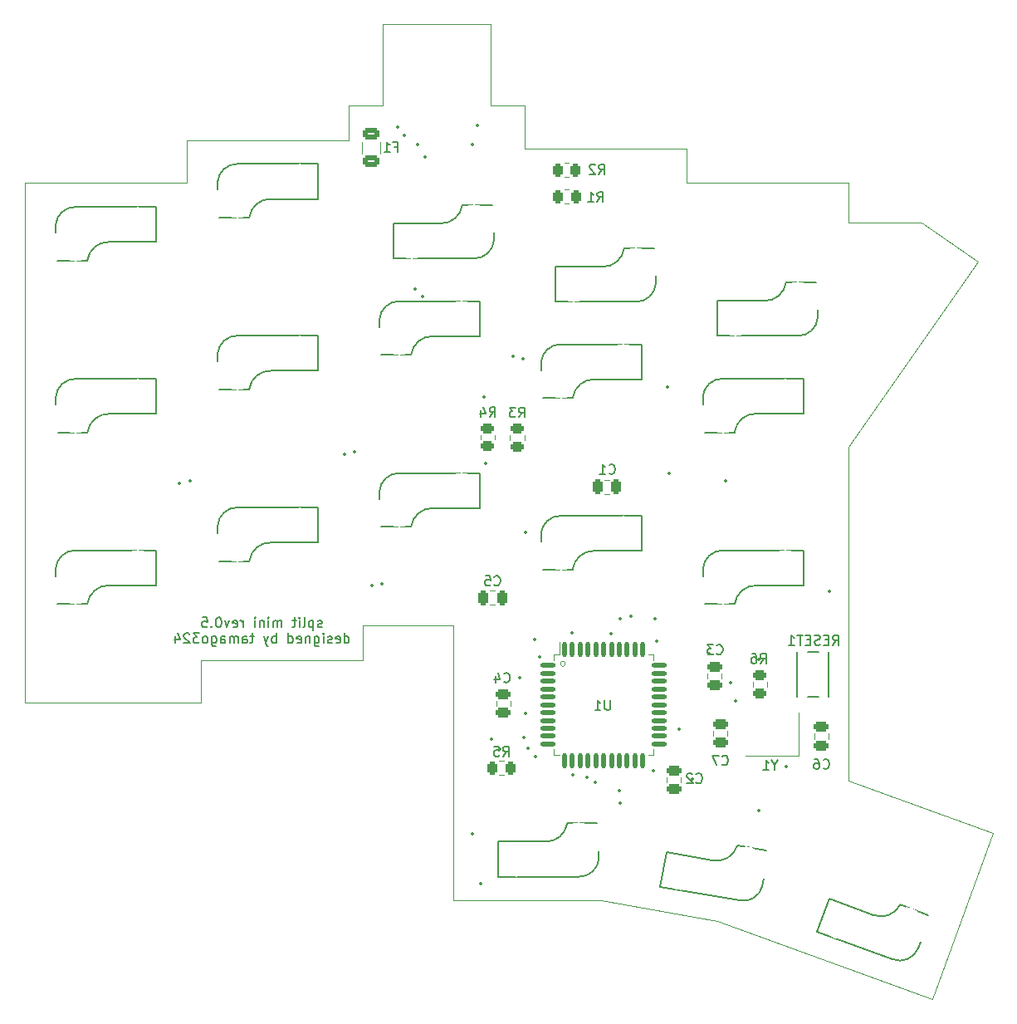
<source format=gbo>
%TF.GenerationSoftware,KiCad,Pcbnew,(6.0.6)*%
%TF.CreationDate,2022-11-13T11:43:50+09:00*%
%TF.ProjectId,split-mini__left,73706c69-742d-46d6-996e-695f5f6c6566,rev?*%
%TF.SameCoordinates,Original*%
%TF.FileFunction,Legend,Bot*%
%TF.FilePolarity,Positive*%
%FSLAX46Y46*%
G04 Gerber Fmt 4.6, Leading zero omitted, Abs format (unit mm)*
G04 Created by KiCad (PCBNEW (6.0.6)) date 2022-11-13 11:43:50*
%MOMM*%
%LPD*%
G01*
G04 APERTURE LIST*
G04 Aperture macros list*
%AMRoundRect*
0 Rectangle with rounded corners*
0 $1 Rounding radius*
0 $2 $3 $4 $5 $6 $7 $8 $9 X,Y pos of 4 corners*
0 Add a 4 corners polygon primitive as box body*
4,1,4,$2,$3,$4,$5,$6,$7,$8,$9,$2,$3,0*
0 Add four circle primitives for the rounded corners*
1,1,$1+$1,$2,$3*
1,1,$1+$1,$4,$5*
1,1,$1+$1,$6,$7*
1,1,$1+$1,$8,$9*
0 Add four rect primitives between the rounded corners*
20,1,$1+$1,$2,$3,$4,$5,0*
20,1,$1+$1,$4,$5,$6,$7,0*
20,1,$1+$1,$6,$7,$8,$9,0*
20,1,$1+$1,$8,$9,$2,$3,0*%
%AMHorizOval*
0 Thick line with rounded ends*
0 $1 width*
0 $2 $3 position (X,Y) of the first rounded end (center of the circle)*
0 $4 $5 position (X,Y) of the second rounded end (center of the circle)*
0 Add line between two ends*
20,1,$1,$2,$3,$4,$5,0*
0 Add two circle primitives to create the rounded ends*
1,1,$1,$2,$3*
1,1,$1,$4,$5*%
%AMRotRect*
0 Rectangle, with rotation*
0 The origin of the aperture is its center*
0 $1 length*
0 $2 width*
0 $3 Rotation angle, in degrees counterclockwise*
0 Add horizontal line*
21,1,$1,$2,0,0,$3*%
G04 Aperture macros list end*
%ADD10C,0.100000*%
%TA.AperFunction,Profile*%
%ADD11C,0.100000*%
%TD*%
%ADD12C,0.200000*%
%ADD13C,0.150000*%
%ADD14C,0.120000*%
%ADD15C,0.350000*%
%ADD16O,0.600000X1.400000*%
%ADD17O,0.600000X1.700000*%
%ADD18HorizOval,1.000000X-0.143394X-0.204788X0.143394X0.204788X0*%
%ADD19C,1.900000*%
%ADD20C,3.000000*%
%ADD21C,4.100000*%
%ADD22R,2.550000X2.500000*%
%ADD23C,0.650000*%
%ADD24O,1.000000X1.800000*%
%ADD25O,1.000000X2.100000*%
%ADD26RotRect,2.550000X2.500000X350.000000*%
%ADD27C,1.200000*%
%ADD28HorizOval,1.700000X-0.229431X-0.327661X0.229431X0.327661X0*%
%ADD29RotRect,2.550000X2.500000X340.000000*%
%ADD30RoundRect,0.137500X-0.137500X0.600000X-0.137500X-0.600000X0.137500X-0.600000X0.137500X0.600000X0*%
%ADD31RoundRect,0.137500X-0.600000X0.137500X-0.600000X-0.137500X0.600000X-0.137500X0.600000X0.137500X0*%
%ADD32RoundRect,0.250000X-0.625000X0.375000X-0.625000X-0.375000X0.625000X-0.375000X0.625000X0.375000X0*%
%ADD33RoundRect,0.250000X0.262500X0.450000X-0.262500X0.450000X-0.262500X-0.450000X0.262500X-0.450000X0*%
%ADD34RoundRect,0.250000X-0.262500X-0.450000X0.262500X-0.450000X0.262500X0.450000X-0.262500X0.450000X0*%
%ADD35RoundRect,0.250000X0.250000X0.475000X-0.250000X0.475000X-0.250000X-0.475000X0.250000X-0.475000X0*%
%ADD36RoundRect,0.250000X-0.475000X0.250000X-0.475000X-0.250000X0.475000X-0.250000X0.475000X0.250000X0*%
%ADD37R,0.650000X1.050000*%
%ADD38R,2.100000X1.800000*%
%ADD39RoundRect,0.250000X0.475000X-0.250000X0.475000X0.250000X-0.475000X0.250000X-0.475000X-0.250000X0*%
%ADD40RoundRect,0.250000X0.450000X-0.262500X0.450000X0.262500X-0.450000X0.262500X-0.450000X-0.262500X0*%
%ADD41RoundRect,0.250000X-0.450000X0.262500X-0.450000X-0.262500X0.450000X-0.262500X0.450000X0.262500X0*%
%ADD42RoundRect,0.250000X-0.250000X-0.475000X0.250000X-0.475000X0.250000X0.475000X-0.250000X0.475000X0*%
G04 APERTURE END LIST*
D10*
X72676982Y-83650000D02*
G75*
G03*
X72676982Y-83650000I-246982J0D01*
G01*
D11*
X116274472Y-100918426D02*
X101550000Y-95559156D01*
X50550000Y-30270000D02*
X34050000Y-30270000D01*
X34050000Y-30270000D02*
X34050000Y-34645000D01*
X109006494Y-38645000D02*
X101550000Y-38645000D01*
X114740558Y-42660035D02*
X101550000Y-61498104D01*
X35550000Y-87645000D02*
X35550000Y-83270000D01*
X88214983Y-109860807D02*
X110118110Y-117832893D01*
X35550000Y-83270000D02*
X52050000Y-83270000D01*
X110118110Y-117832893D02*
X116274472Y-100918426D01*
X68550000Y-31145000D02*
X85050000Y-31145000D01*
X34050000Y-34645000D02*
X17550000Y-34645000D01*
X61275000Y-79770000D02*
X61275000Y-107770000D01*
X61275000Y-107770000D02*
X76357429Y-107770000D01*
X17550000Y-87645000D02*
X35550000Y-87645000D01*
X50550000Y-26770000D02*
X50550000Y-30270000D01*
X101550000Y-95559156D02*
X101550000Y-61498104D01*
X65050000Y-26770000D02*
X68550000Y-26770000D01*
X76357429Y-107770000D02*
X88214983Y-109860807D01*
X65050000Y-26770000D02*
X65050000Y-18470000D01*
X17550000Y-34645000D02*
X17550000Y-87645000D01*
X85050000Y-31145000D02*
X85050000Y-34645000D01*
X109006494Y-38645000D02*
X114740558Y-42660035D01*
X54050000Y-26770000D02*
X54050000Y-18470000D01*
X50550000Y-26770000D02*
X54050000Y-26770000D01*
X54050000Y-18470000D02*
X65050000Y-18470000D01*
X101550000Y-38645000D02*
X101550000Y-34645000D01*
X68550000Y-26770000D02*
X68550000Y-31145000D01*
X101550000Y-34645000D02*
X85050000Y-34645000D01*
X52050000Y-83270000D02*
X52050000Y-79770000D01*
X52050000Y-79770000D02*
X61275000Y-79770000D01*
D12*
X47844047Y-79874761D02*
X47748809Y-79922380D01*
X47558333Y-79922380D01*
X47463095Y-79874761D01*
X47415476Y-79779523D01*
X47415476Y-79731904D01*
X47463095Y-79636666D01*
X47558333Y-79589047D01*
X47701190Y-79589047D01*
X47796428Y-79541428D01*
X47844047Y-79446190D01*
X47844047Y-79398571D01*
X47796428Y-79303333D01*
X47701190Y-79255714D01*
X47558333Y-79255714D01*
X47463095Y-79303333D01*
X46986904Y-79255714D02*
X46986904Y-80255714D01*
X46986904Y-79303333D02*
X46891666Y-79255714D01*
X46701190Y-79255714D01*
X46605952Y-79303333D01*
X46558333Y-79350952D01*
X46510714Y-79446190D01*
X46510714Y-79731904D01*
X46558333Y-79827142D01*
X46605952Y-79874761D01*
X46701190Y-79922380D01*
X46891666Y-79922380D01*
X46986904Y-79874761D01*
X45939285Y-79922380D02*
X46034523Y-79874761D01*
X46082142Y-79779523D01*
X46082142Y-78922380D01*
X45558333Y-79922380D02*
X45558333Y-79255714D01*
X45558333Y-78922380D02*
X45605952Y-78970000D01*
X45558333Y-79017619D01*
X45510714Y-78970000D01*
X45558333Y-78922380D01*
X45558333Y-79017619D01*
X45225000Y-79255714D02*
X44844047Y-79255714D01*
X45082142Y-78922380D02*
X45082142Y-79779523D01*
X45034523Y-79874761D01*
X44939285Y-79922380D01*
X44844047Y-79922380D01*
X43748809Y-79922380D02*
X43748809Y-79255714D01*
X43748809Y-79350952D02*
X43701190Y-79303333D01*
X43605952Y-79255714D01*
X43463095Y-79255714D01*
X43367857Y-79303333D01*
X43320238Y-79398571D01*
X43320238Y-79922380D01*
X43320238Y-79398571D02*
X43272619Y-79303333D01*
X43177380Y-79255714D01*
X43034523Y-79255714D01*
X42939285Y-79303333D01*
X42891666Y-79398571D01*
X42891666Y-79922380D01*
X42415476Y-79922380D02*
X42415476Y-79255714D01*
X42415476Y-78922380D02*
X42463095Y-78970000D01*
X42415476Y-79017619D01*
X42367857Y-78970000D01*
X42415476Y-78922380D01*
X42415476Y-79017619D01*
X41939285Y-79255714D02*
X41939285Y-79922380D01*
X41939285Y-79350952D02*
X41891666Y-79303333D01*
X41796428Y-79255714D01*
X41653571Y-79255714D01*
X41558333Y-79303333D01*
X41510714Y-79398571D01*
X41510714Y-79922380D01*
X41034523Y-79922380D02*
X41034523Y-79255714D01*
X41034523Y-78922380D02*
X41082142Y-78970000D01*
X41034523Y-79017619D01*
X40986904Y-78970000D01*
X41034523Y-78922380D01*
X41034523Y-79017619D01*
X39796428Y-79922380D02*
X39796428Y-79255714D01*
X39796428Y-79446190D02*
X39748809Y-79350952D01*
X39701190Y-79303333D01*
X39605952Y-79255714D01*
X39510714Y-79255714D01*
X38796428Y-79874761D02*
X38891666Y-79922380D01*
X39082142Y-79922380D01*
X39177380Y-79874761D01*
X39225000Y-79779523D01*
X39225000Y-79398571D01*
X39177380Y-79303333D01*
X39082142Y-79255714D01*
X38891666Y-79255714D01*
X38796428Y-79303333D01*
X38748809Y-79398571D01*
X38748809Y-79493809D01*
X39225000Y-79589047D01*
X38415476Y-79255714D02*
X38177380Y-79922380D01*
X37939285Y-79255714D01*
X37367857Y-78922380D02*
X37272619Y-78922380D01*
X37177380Y-78970000D01*
X37129761Y-79017619D01*
X37082142Y-79112857D01*
X37034523Y-79303333D01*
X37034523Y-79541428D01*
X37082142Y-79731904D01*
X37129761Y-79827142D01*
X37177380Y-79874761D01*
X37272619Y-79922380D01*
X37367857Y-79922380D01*
X37463095Y-79874761D01*
X37510714Y-79827142D01*
X37558333Y-79731904D01*
X37605952Y-79541428D01*
X37605952Y-79303333D01*
X37558333Y-79112857D01*
X37510714Y-79017619D01*
X37463095Y-78970000D01*
X37367857Y-78922380D01*
X36605952Y-79827142D02*
X36558333Y-79874761D01*
X36605952Y-79922380D01*
X36653571Y-79874761D01*
X36605952Y-79827142D01*
X36605952Y-79922380D01*
X35653571Y-78922380D02*
X36129761Y-78922380D01*
X36177380Y-79398571D01*
X36129761Y-79350952D01*
X36034523Y-79303333D01*
X35796428Y-79303333D01*
X35701190Y-79350952D01*
X35653571Y-79398571D01*
X35605952Y-79493809D01*
X35605952Y-79731904D01*
X35653571Y-79827142D01*
X35701190Y-79874761D01*
X35796428Y-79922380D01*
X36034523Y-79922380D01*
X36129761Y-79874761D01*
X36177380Y-79827142D01*
X50153571Y-81532380D02*
X50153571Y-80532380D01*
X50153571Y-81484761D02*
X50248809Y-81532380D01*
X50439285Y-81532380D01*
X50534523Y-81484761D01*
X50582142Y-81437142D01*
X50629761Y-81341904D01*
X50629761Y-81056190D01*
X50582142Y-80960952D01*
X50534523Y-80913333D01*
X50439285Y-80865714D01*
X50248809Y-80865714D01*
X50153571Y-80913333D01*
X49296428Y-81484761D02*
X49391666Y-81532380D01*
X49582142Y-81532380D01*
X49677380Y-81484761D01*
X49725000Y-81389523D01*
X49725000Y-81008571D01*
X49677380Y-80913333D01*
X49582142Y-80865714D01*
X49391666Y-80865714D01*
X49296428Y-80913333D01*
X49248809Y-81008571D01*
X49248809Y-81103809D01*
X49725000Y-81199047D01*
X48867857Y-81484761D02*
X48772619Y-81532380D01*
X48582142Y-81532380D01*
X48486904Y-81484761D01*
X48439285Y-81389523D01*
X48439285Y-81341904D01*
X48486904Y-81246666D01*
X48582142Y-81199047D01*
X48725000Y-81199047D01*
X48820238Y-81151428D01*
X48867857Y-81056190D01*
X48867857Y-81008571D01*
X48820238Y-80913333D01*
X48725000Y-80865714D01*
X48582142Y-80865714D01*
X48486904Y-80913333D01*
X48010714Y-81532380D02*
X48010714Y-80865714D01*
X48010714Y-80532380D02*
X48058333Y-80580000D01*
X48010714Y-80627619D01*
X47963095Y-80580000D01*
X48010714Y-80532380D01*
X48010714Y-80627619D01*
X47105952Y-80865714D02*
X47105952Y-81675238D01*
X47153571Y-81770476D01*
X47201190Y-81818095D01*
X47296428Y-81865714D01*
X47439285Y-81865714D01*
X47534523Y-81818095D01*
X47105952Y-81484761D02*
X47201190Y-81532380D01*
X47391666Y-81532380D01*
X47486904Y-81484761D01*
X47534523Y-81437142D01*
X47582142Y-81341904D01*
X47582142Y-81056190D01*
X47534523Y-80960952D01*
X47486904Y-80913333D01*
X47391666Y-80865714D01*
X47201190Y-80865714D01*
X47105952Y-80913333D01*
X46629761Y-80865714D02*
X46629761Y-81532380D01*
X46629761Y-80960952D02*
X46582142Y-80913333D01*
X46486904Y-80865714D01*
X46344047Y-80865714D01*
X46248809Y-80913333D01*
X46201190Y-81008571D01*
X46201190Y-81532380D01*
X45344047Y-81484761D02*
X45439285Y-81532380D01*
X45629761Y-81532380D01*
X45725000Y-81484761D01*
X45772619Y-81389523D01*
X45772619Y-81008571D01*
X45725000Y-80913333D01*
X45629761Y-80865714D01*
X45439285Y-80865714D01*
X45344047Y-80913333D01*
X45296428Y-81008571D01*
X45296428Y-81103809D01*
X45772619Y-81199047D01*
X44439285Y-81532380D02*
X44439285Y-80532380D01*
X44439285Y-81484761D02*
X44534523Y-81532380D01*
X44725000Y-81532380D01*
X44820238Y-81484761D01*
X44867857Y-81437142D01*
X44915476Y-81341904D01*
X44915476Y-81056190D01*
X44867857Y-80960952D01*
X44820238Y-80913333D01*
X44725000Y-80865714D01*
X44534523Y-80865714D01*
X44439285Y-80913333D01*
X43201190Y-81532380D02*
X43201190Y-80532380D01*
X43201190Y-80913333D02*
X43105952Y-80865714D01*
X42915476Y-80865714D01*
X42820238Y-80913333D01*
X42772619Y-80960952D01*
X42725000Y-81056190D01*
X42725000Y-81341904D01*
X42772619Y-81437142D01*
X42820238Y-81484761D01*
X42915476Y-81532380D01*
X43105952Y-81532380D01*
X43201190Y-81484761D01*
X42391666Y-80865714D02*
X42153571Y-81532380D01*
X41915476Y-80865714D02*
X42153571Y-81532380D01*
X42248809Y-81770476D01*
X42296428Y-81818095D01*
X42391666Y-81865714D01*
X40915476Y-80865714D02*
X40534523Y-80865714D01*
X40772619Y-80532380D02*
X40772619Y-81389523D01*
X40725000Y-81484761D01*
X40629761Y-81532380D01*
X40534523Y-81532380D01*
X39772619Y-81532380D02*
X39772619Y-81008571D01*
X39820238Y-80913333D01*
X39915476Y-80865714D01*
X40105952Y-80865714D01*
X40201190Y-80913333D01*
X39772619Y-81484761D02*
X39867857Y-81532380D01*
X40105952Y-81532380D01*
X40201190Y-81484761D01*
X40248809Y-81389523D01*
X40248809Y-81294285D01*
X40201190Y-81199047D01*
X40105952Y-81151428D01*
X39867857Y-81151428D01*
X39772619Y-81103809D01*
X39296428Y-81532380D02*
X39296428Y-80865714D01*
X39296428Y-80960952D02*
X39248809Y-80913333D01*
X39153571Y-80865714D01*
X39010714Y-80865714D01*
X38915476Y-80913333D01*
X38867857Y-81008571D01*
X38867857Y-81532380D01*
X38867857Y-81008571D02*
X38820238Y-80913333D01*
X38725000Y-80865714D01*
X38582142Y-80865714D01*
X38486904Y-80913333D01*
X38439285Y-81008571D01*
X38439285Y-81532380D01*
X37534523Y-81532380D02*
X37534523Y-81008571D01*
X37582142Y-80913333D01*
X37677380Y-80865714D01*
X37867857Y-80865714D01*
X37963095Y-80913333D01*
X37534523Y-81484761D02*
X37629761Y-81532380D01*
X37867857Y-81532380D01*
X37963095Y-81484761D01*
X38010714Y-81389523D01*
X38010714Y-81294285D01*
X37963095Y-81199047D01*
X37867857Y-81151428D01*
X37629761Y-81151428D01*
X37534523Y-81103809D01*
X36629761Y-80865714D02*
X36629761Y-81675238D01*
X36677380Y-81770476D01*
X36725000Y-81818095D01*
X36820238Y-81865714D01*
X36963095Y-81865714D01*
X37058333Y-81818095D01*
X36629761Y-81484761D02*
X36725000Y-81532380D01*
X36915476Y-81532380D01*
X37010714Y-81484761D01*
X37058333Y-81437142D01*
X37105952Y-81341904D01*
X37105952Y-81056190D01*
X37058333Y-80960952D01*
X37010714Y-80913333D01*
X36915476Y-80865714D01*
X36725000Y-80865714D01*
X36629761Y-80913333D01*
X36010714Y-81532380D02*
X36105952Y-81484761D01*
X36153571Y-81437142D01*
X36201190Y-81341904D01*
X36201190Y-81056190D01*
X36153571Y-80960952D01*
X36105952Y-80913333D01*
X36010714Y-80865714D01*
X35867857Y-80865714D01*
X35772619Y-80913333D01*
X35725000Y-80960952D01*
X35677380Y-81056190D01*
X35677380Y-81341904D01*
X35725000Y-81437142D01*
X35772619Y-81484761D01*
X35867857Y-81532380D01*
X36010714Y-81532380D01*
X35344047Y-80532380D02*
X34725000Y-80532380D01*
X35058333Y-80913333D01*
X34915476Y-80913333D01*
X34820238Y-80960952D01*
X34772619Y-81008571D01*
X34725000Y-81103809D01*
X34725000Y-81341904D01*
X34772619Y-81437142D01*
X34820238Y-81484761D01*
X34915476Y-81532380D01*
X35201190Y-81532380D01*
X35296428Y-81484761D01*
X35344047Y-81437142D01*
X34344047Y-80627619D02*
X34296428Y-80580000D01*
X34201190Y-80532380D01*
X33963095Y-80532380D01*
X33867857Y-80580000D01*
X33820238Y-80627619D01*
X33772619Y-80722857D01*
X33772619Y-80818095D01*
X33820238Y-80960952D01*
X34391666Y-81532380D01*
X33772619Y-81532380D01*
X32915476Y-80865714D02*
X32915476Y-81532380D01*
X33153571Y-80484761D02*
X33391666Y-81199047D01*
X32772619Y-81199047D01*
D13*
%TO.C,U1*%
X77271904Y-87362380D02*
X77271904Y-88171904D01*
X77224285Y-88267142D01*
X77176666Y-88314761D01*
X77081428Y-88362380D01*
X76890952Y-88362380D01*
X76795714Y-88314761D01*
X76748095Y-88267142D01*
X76700476Y-88171904D01*
X76700476Y-87362380D01*
X75700476Y-88362380D02*
X76271904Y-88362380D01*
X75986190Y-88362380D02*
X75986190Y-87362380D01*
X76081428Y-87505238D01*
X76176666Y-87600476D01*
X76271904Y-87648095D01*
%TO.C,F1*%
X55258333Y-30928571D02*
X55591666Y-30928571D01*
X55591666Y-31452380D02*
X55591666Y-30452380D01*
X55115476Y-30452380D01*
X54210714Y-31452380D02*
X54782142Y-31452380D01*
X54496428Y-31452380D02*
X54496428Y-30452380D01*
X54591666Y-30595238D01*
X54686904Y-30690476D01*
X54782142Y-30738095D01*
%TO.C,R5*%
X66326666Y-93072380D02*
X66660000Y-92596190D01*
X66898095Y-93072380D02*
X66898095Y-92072380D01*
X66517142Y-92072380D01*
X66421904Y-92120000D01*
X66374285Y-92167619D01*
X66326666Y-92262857D01*
X66326666Y-92405714D01*
X66374285Y-92500952D01*
X66421904Y-92548571D01*
X66517142Y-92596190D01*
X66898095Y-92596190D01*
X65421904Y-92072380D02*
X65898095Y-92072380D01*
X65945714Y-92548571D01*
X65898095Y-92500952D01*
X65802857Y-92453333D01*
X65564761Y-92453333D01*
X65469523Y-92500952D01*
X65421904Y-92548571D01*
X65374285Y-92643809D01*
X65374285Y-92881904D01*
X65421904Y-92977142D01*
X65469523Y-93024761D01*
X65564761Y-93072380D01*
X65802857Y-93072380D01*
X65898095Y-93024761D01*
X65945714Y-92977142D01*
%TO.C,R1*%
X75941666Y-36552380D02*
X76275000Y-36076190D01*
X76513095Y-36552380D02*
X76513095Y-35552380D01*
X76132142Y-35552380D01*
X76036904Y-35600000D01*
X75989285Y-35647619D01*
X75941666Y-35742857D01*
X75941666Y-35885714D01*
X75989285Y-35980952D01*
X76036904Y-36028571D01*
X76132142Y-36076190D01*
X76513095Y-36076190D01*
X74989285Y-36552380D02*
X75560714Y-36552380D01*
X75275000Y-36552380D02*
X75275000Y-35552380D01*
X75370238Y-35695238D01*
X75465476Y-35790476D01*
X75560714Y-35838095D01*
%TO.C,C5*%
X65426666Y-75587142D02*
X65474285Y-75634761D01*
X65617142Y-75682380D01*
X65712380Y-75682380D01*
X65855238Y-75634761D01*
X65950476Y-75539523D01*
X65998095Y-75444285D01*
X66045714Y-75253809D01*
X66045714Y-75110952D01*
X65998095Y-74920476D01*
X65950476Y-74825238D01*
X65855238Y-74730000D01*
X65712380Y-74682380D01*
X65617142Y-74682380D01*
X65474285Y-74730000D01*
X65426666Y-74777619D01*
X64521904Y-74682380D02*
X64998095Y-74682380D01*
X65045714Y-75158571D01*
X64998095Y-75110952D01*
X64902857Y-75063333D01*
X64664761Y-75063333D01*
X64569523Y-75110952D01*
X64521904Y-75158571D01*
X64474285Y-75253809D01*
X64474285Y-75491904D01*
X64521904Y-75587142D01*
X64569523Y-75634761D01*
X64664761Y-75682380D01*
X64902857Y-75682380D01*
X64998095Y-75634761D01*
X65045714Y-75587142D01*
%TO.C,C7*%
X88646666Y-93887142D02*
X88694285Y-93934761D01*
X88837142Y-93982380D01*
X88932380Y-93982380D01*
X89075238Y-93934761D01*
X89170476Y-93839523D01*
X89218095Y-93744285D01*
X89265714Y-93553809D01*
X89265714Y-93410952D01*
X89218095Y-93220476D01*
X89170476Y-93125238D01*
X89075238Y-93030000D01*
X88932380Y-92982380D01*
X88837142Y-92982380D01*
X88694285Y-93030000D01*
X88646666Y-93077619D01*
X88313333Y-92982380D02*
X87646666Y-92982380D01*
X88075238Y-93982380D01*
%TO.C,R2*%
X76106666Y-33732380D02*
X76440000Y-33256190D01*
X76678095Y-33732380D02*
X76678095Y-32732380D01*
X76297142Y-32732380D01*
X76201904Y-32780000D01*
X76154285Y-32827619D01*
X76106666Y-32922857D01*
X76106666Y-33065714D01*
X76154285Y-33160952D01*
X76201904Y-33208571D01*
X76297142Y-33256190D01*
X76678095Y-33256190D01*
X75725714Y-32827619D02*
X75678095Y-32780000D01*
X75582857Y-32732380D01*
X75344761Y-32732380D01*
X75249523Y-32780000D01*
X75201904Y-32827619D01*
X75154285Y-32922857D01*
X75154285Y-33018095D01*
X75201904Y-33160952D01*
X75773333Y-33732380D01*
X75154285Y-33732380D01*
%TO.C,RESET1*%
X99948571Y-81722380D02*
X100281904Y-81246190D01*
X100520000Y-81722380D02*
X100520000Y-80722380D01*
X100139047Y-80722380D01*
X100043809Y-80770000D01*
X99996190Y-80817619D01*
X99948571Y-80912857D01*
X99948571Y-81055714D01*
X99996190Y-81150952D01*
X100043809Y-81198571D01*
X100139047Y-81246190D01*
X100520000Y-81246190D01*
X99520000Y-81198571D02*
X99186666Y-81198571D01*
X99043809Y-81722380D02*
X99520000Y-81722380D01*
X99520000Y-80722380D01*
X99043809Y-80722380D01*
X98662857Y-81674761D02*
X98520000Y-81722380D01*
X98281904Y-81722380D01*
X98186666Y-81674761D01*
X98139047Y-81627142D01*
X98091428Y-81531904D01*
X98091428Y-81436666D01*
X98139047Y-81341428D01*
X98186666Y-81293809D01*
X98281904Y-81246190D01*
X98472380Y-81198571D01*
X98567619Y-81150952D01*
X98615238Y-81103333D01*
X98662857Y-81008095D01*
X98662857Y-80912857D01*
X98615238Y-80817619D01*
X98567619Y-80770000D01*
X98472380Y-80722380D01*
X98234285Y-80722380D01*
X98091428Y-80770000D01*
X97662857Y-81198571D02*
X97329523Y-81198571D01*
X97186666Y-81722380D02*
X97662857Y-81722380D01*
X97662857Y-80722380D01*
X97186666Y-80722380D01*
X96900952Y-80722380D02*
X96329523Y-80722380D01*
X96615238Y-81722380D02*
X96615238Y-80722380D01*
X95472380Y-81722380D02*
X96043809Y-81722380D01*
X95758095Y-81722380D02*
X95758095Y-80722380D01*
X95853333Y-80865238D01*
X95948571Y-80960476D01*
X96043809Y-81008095D01*
%TO.C,Y1*%
X94046190Y-93996190D02*
X94046190Y-94472380D01*
X94379523Y-93472380D02*
X94046190Y-93996190D01*
X93712857Y-93472380D01*
X92855714Y-94472380D02*
X93427142Y-94472380D01*
X93141428Y-94472380D02*
X93141428Y-93472380D01*
X93236666Y-93615238D01*
X93331904Y-93710476D01*
X93427142Y-93758095D01*
%TO.C,C4*%
X66416666Y-85482142D02*
X66464285Y-85529761D01*
X66607142Y-85577380D01*
X66702380Y-85577380D01*
X66845238Y-85529761D01*
X66940476Y-85434523D01*
X66988095Y-85339285D01*
X67035714Y-85148809D01*
X67035714Y-85005952D01*
X66988095Y-84815476D01*
X66940476Y-84720238D01*
X66845238Y-84625000D01*
X66702380Y-84577380D01*
X66607142Y-84577380D01*
X66464285Y-84625000D01*
X66416666Y-84672619D01*
X65559523Y-84910714D02*
X65559523Y-85577380D01*
X65797619Y-84529761D02*
X66035714Y-85244047D01*
X65416666Y-85244047D01*
%TO.C,C2*%
X86016666Y-95732142D02*
X86064285Y-95779761D01*
X86207142Y-95827380D01*
X86302380Y-95827380D01*
X86445238Y-95779761D01*
X86540476Y-95684523D01*
X86588095Y-95589285D01*
X86635714Y-95398809D01*
X86635714Y-95255952D01*
X86588095Y-95065476D01*
X86540476Y-94970238D01*
X86445238Y-94875000D01*
X86302380Y-94827380D01*
X86207142Y-94827380D01*
X86064285Y-94875000D01*
X86016666Y-94922619D01*
X85635714Y-94922619D02*
X85588095Y-94875000D01*
X85492857Y-94827380D01*
X85254761Y-94827380D01*
X85159523Y-94875000D01*
X85111904Y-94922619D01*
X85064285Y-95017857D01*
X85064285Y-95113095D01*
X85111904Y-95255952D01*
X85683333Y-95827380D01*
X85064285Y-95827380D01*
%TO.C,R6*%
X92566666Y-83602380D02*
X92900000Y-83126190D01*
X93138095Y-83602380D02*
X93138095Y-82602380D01*
X92757142Y-82602380D01*
X92661904Y-82650000D01*
X92614285Y-82697619D01*
X92566666Y-82792857D01*
X92566666Y-82935714D01*
X92614285Y-83030952D01*
X92661904Y-83078571D01*
X92757142Y-83126190D01*
X93138095Y-83126190D01*
X91709523Y-82602380D02*
X91900000Y-82602380D01*
X91995238Y-82650000D01*
X92042857Y-82697619D01*
X92138095Y-82840476D01*
X92185714Y-83030952D01*
X92185714Y-83411904D01*
X92138095Y-83507142D01*
X92090476Y-83554761D01*
X91995238Y-83602380D01*
X91804761Y-83602380D01*
X91709523Y-83554761D01*
X91661904Y-83507142D01*
X91614285Y-83411904D01*
X91614285Y-83173809D01*
X91661904Y-83078571D01*
X91709523Y-83030952D01*
X91804761Y-82983333D01*
X91995238Y-82983333D01*
X92090476Y-83030952D01*
X92138095Y-83078571D01*
X92185714Y-83173809D01*
%TO.C,C6*%
X98976666Y-94277142D02*
X99024285Y-94324761D01*
X99167142Y-94372380D01*
X99262380Y-94372380D01*
X99405238Y-94324761D01*
X99500476Y-94229523D01*
X99548095Y-94134285D01*
X99595714Y-93943809D01*
X99595714Y-93800952D01*
X99548095Y-93610476D01*
X99500476Y-93515238D01*
X99405238Y-93420000D01*
X99262380Y-93372380D01*
X99167142Y-93372380D01*
X99024285Y-93420000D01*
X98976666Y-93467619D01*
X98119523Y-93372380D02*
X98310000Y-93372380D01*
X98405238Y-93420000D01*
X98452857Y-93467619D01*
X98548095Y-93610476D01*
X98595714Y-93800952D01*
X98595714Y-94181904D01*
X98548095Y-94277142D01*
X98500476Y-94324761D01*
X98405238Y-94372380D01*
X98214761Y-94372380D01*
X98119523Y-94324761D01*
X98071904Y-94277142D01*
X98024285Y-94181904D01*
X98024285Y-93943809D01*
X98071904Y-93848571D01*
X98119523Y-93800952D01*
X98214761Y-93753333D01*
X98405238Y-93753333D01*
X98500476Y-93800952D01*
X98548095Y-93848571D01*
X98595714Y-93943809D01*
%TO.C,R4*%
X64946666Y-58482380D02*
X65280000Y-58006190D01*
X65518095Y-58482380D02*
X65518095Y-57482380D01*
X65137142Y-57482380D01*
X65041904Y-57530000D01*
X64994285Y-57577619D01*
X64946666Y-57672857D01*
X64946666Y-57815714D01*
X64994285Y-57910952D01*
X65041904Y-57958571D01*
X65137142Y-58006190D01*
X65518095Y-58006190D01*
X64089523Y-57815714D02*
X64089523Y-58482380D01*
X64327619Y-57434761D02*
X64565714Y-58149047D01*
X63946666Y-58149047D01*
%TO.C,R3*%
X67926666Y-58512380D02*
X68260000Y-58036190D01*
X68498095Y-58512380D02*
X68498095Y-57512380D01*
X68117142Y-57512380D01*
X68021904Y-57560000D01*
X67974285Y-57607619D01*
X67926666Y-57702857D01*
X67926666Y-57845714D01*
X67974285Y-57940952D01*
X68021904Y-57988571D01*
X68117142Y-58036190D01*
X68498095Y-58036190D01*
X67593333Y-57512380D02*
X66974285Y-57512380D01*
X67307619Y-57893333D01*
X67164761Y-57893333D01*
X67069523Y-57940952D01*
X67021904Y-57988571D01*
X66974285Y-58083809D01*
X66974285Y-58321904D01*
X67021904Y-58417142D01*
X67069523Y-58464761D01*
X67164761Y-58512380D01*
X67450476Y-58512380D01*
X67545714Y-58464761D01*
X67593333Y-58417142D01*
%TO.C,C3*%
X88116666Y-82607142D02*
X88164285Y-82654761D01*
X88307142Y-82702380D01*
X88402380Y-82702380D01*
X88545238Y-82654761D01*
X88640476Y-82559523D01*
X88688095Y-82464285D01*
X88735714Y-82273809D01*
X88735714Y-82130952D01*
X88688095Y-81940476D01*
X88640476Y-81845238D01*
X88545238Y-81750000D01*
X88402380Y-81702380D01*
X88307142Y-81702380D01*
X88164285Y-81750000D01*
X88116666Y-81797619D01*
X87783333Y-81702380D02*
X87164285Y-81702380D01*
X87497619Y-82083333D01*
X87354761Y-82083333D01*
X87259523Y-82130952D01*
X87211904Y-82178571D01*
X87164285Y-82273809D01*
X87164285Y-82511904D01*
X87211904Y-82607142D01*
X87259523Y-82654761D01*
X87354761Y-82702380D01*
X87640476Y-82702380D01*
X87735714Y-82654761D01*
X87783333Y-82607142D01*
%TO.C,C1*%
X77136666Y-64217142D02*
X77184285Y-64264761D01*
X77327142Y-64312380D01*
X77422380Y-64312380D01*
X77565238Y-64264761D01*
X77660476Y-64169523D01*
X77708095Y-64074285D01*
X77755714Y-63883809D01*
X77755714Y-63740952D01*
X77708095Y-63550476D01*
X77660476Y-63455238D01*
X77565238Y-63360000D01*
X77422380Y-63312380D01*
X77327142Y-63312380D01*
X77184285Y-63360000D01*
X77136666Y-63407619D01*
X76184285Y-64312380D02*
X76755714Y-64312380D01*
X76470000Y-64312380D02*
X76470000Y-63312380D01*
X76565238Y-63455238D01*
X76660476Y-63550476D01*
X76755714Y-63598095D01*
%TO.C,SW15*%
X92170000Y-75660000D02*
X96970000Y-75660000D01*
X86920000Y-77560000D02*
X89950000Y-77560000D01*
X96970000Y-75660000D02*
X96970001Y-72085000D01*
X96970001Y-72085000D02*
X88770000Y-72085000D01*
X86720000Y-73960000D02*
X86720000Y-74710000D01*
X92170000Y-75660000D02*
G75*
G03*
X89953682Y-77538529I-65001J-2169999D01*
G01*
X88770000Y-72085000D02*
G75*
G03*
X86720000Y-73960000I-47949J-2005743D01*
G01*
%TO.C,SW7*%
X37210000Y-52070000D02*
X37210000Y-52820000D01*
X47460001Y-50195000D02*
X39260000Y-50195000D01*
X42660000Y-53770000D02*
X47460000Y-53770000D01*
X37410000Y-55670000D02*
X40440000Y-55670000D01*
X47460000Y-53770000D02*
X47460001Y-50195000D01*
X42660000Y-53770000D02*
G75*
G03*
X40443682Y-55648529I-65001J-2169999D01*
G01*
X39260000Y-50195000D02*
G75*
G03*
X37210000Y-52070000I-47949J-2005743D01*
G01*
%TO.C,SW3*%
X55160000Y-38750000D02*
X55159999Y-42325000D01*
X65210000Y-36850000D02*
X62180000Y-36850000D01*
X65410000Y-40450000D02*
X65410000Y-39700000D01*
X55159999Y-42325000D02*
X63360000Y-42325000D01*
X59960000Y-38750000D02*
X55160000Y-38750000D01*
X59960000Y-38750000D02*
G75*
G03*
X62176318Y-36871471I65001J2169999D01*
G01*
X63360000Y-42325000D02*
G75*
G03*
X65410000Y-40450000I47949J2005743D01*
G01*
%TO.C,SW6*%
X26170000Y-58160000D02*
X30970000Y-58160000D01*
X30970001Y-54585000D02*
X22770000Y-54585000D01*
X30970000Y-58160000D02*
X30970001Y-54585000D01*
X20920000Y-60060000D02*
X23950000Y-60060000D01*
X20720000Y-56460000D02*
X20720000Y-57210000D01*
X26170000Y-58160000D02*
G75*
G03*
X23953682Y-60038529I-65001J-2169999D01*
G01*
X22770000Y-54585000D02*
G75*
G03*
X20720000Y-56460000I-47949J-2005743D01*
G01*
%TO.C,SW17*%
X82975901Y-102840371D02*
X82355108Y-106361059D01*
X93203151Y-102714401D02*
X90219183Y-102188247D01*
X82355108Y-106361059D02*
X90430533Y-107784974D01*
X87702979Y-103673883D02*
X82975901Y-102840371D01*
X92774979Y-106294438D02*
X92905215Y-105555832D01*
X90430533Y-107784973D02*
G75*
G03*
X92774979Y-106294438I395514J1966944D01*
G01*
X87702979Y-103673883D02*
G75*
G03*
X90211829Y-102208752I440829J2125745D01*
G01*
%TO.C,SW14*%
X80440001Y-68555000D02*
X72240000Y-68555000D01*
X70190000Y-70430000D02*
X70190000Y-71180000D01*
X80440000Y-72130000D02*
X80440001Y-68555000D01*
X70390000Y-74030000D02*
X73420000Y-74030000D01*
X75640000Y-72130000D02*
X80440000Y-72130000D01*
X72240000Y-68555000D02*
G75*
G03*
X70190000Y-70430000I-47949J-2005743D01*
G01*
X75640000Y-72130000D02*
G75*
G03*
X73423682Y-74008529I-65001J-2169999D01*
G01*
%TO.C,SW9*%
X70200000Y-52950000D02*
X70200000Y-53700000D01*
X80450000Y-54650000D02*
X80450001Y-51075000D01*
X75650000Y-54650000D02*
X80450000Y-54650000D01*
X70400000Y-56550000D02*
X73430000Y-56550000D01*
X80450001Y-51075000D02*
X72250000Y-51075000D01*
X72250000Y-51075000D02*
G75*
G03*
X70200000Y-52950000I-47949J-2005743D01*
G01*
X75650000Y-54650000D02*
G75*
G03*
X73433682Y-56528529I-65001J-2169999D01*
G01*
%TO.C,SW8*%
X63975001Y-46675000D02*
X55775000Y-46675000D01*
X63975000Y-50250000D02*
X63975001Y-46675000D01*
X59175000Y-50250000D02*
X63975000Y-50250000D01*
X53925000Y-52150000D02*
X56955000Y-52150000D01*
X53725000Y-48550000D02*
X53725000Y-49300000D01*
X55775000Y-46675000D02*
G75*
G03*
X53725000Y-48550000I-47949J-2005743D01*
G01*
X59175000Y-50250000D02*
G75*
G03*
X56958682Y-52128529I-65001J-2169999D01*
G01*
%TO.C,SW10*%
X86900000Y-60050000D02*
X89930000Y-60050000D01*
X92150000Y-58150000D02*
X96950000Y-58150000D01*
X96950000Y-58150000D02*
X96950001Y-54575000D01*
X86700000Y-56450000D02*
X86700000Y-57200000D01*
X96950001Y-54575000D02*
X88750000Y-54575000D01*
X88750000Y-54575000D02*
G75*
G03*
X86700000Y-56450000I-47949J-2005743D01*
G01*
X92150000Y-58150000D02*
G75*
G03*
X89933682Y-60028529I-65001J-2169999D01*
G01*
%TO.C,SW11*%
X20710000Y-73950000D02*
X20710000Y-74700000D01*
X30960000Y-75650000D02*
X30960001Y-72075000D01*
X30960001Y-72075000D02*
X22760000Y-72075000D01*
X20910000Y-77550000D02*
X23940000Y-77550000D01*
X26160000Y-75650000D02*
X30960000Y-75650000D01*
X22760000Y-72075000D02*
G75*
G03*
X20710000Y-73950000I-47949J-2005743D01*
G01*
X26160000Y-75650000D02*
G75*
G03*
X23943682Y-77528529I-65001J-2169999D01*
G01*
%TO.C,SW1*%
X26150000Y-40640000D02*
X30950000Y-40640000D01*
X20900000Y-42540000D02*
X23930000Y-42540000D01*
X30950000Y-40640000D02*
X30950001Y-37065000D01*
X30950001Y-37065000D02*
X22750000Y-37065000D01*
X20700000Y-38940000D02*
X20700000Y-39690000D01*
X22750000Y-37065000D02*
G75*
G03*
X20700000Y-38940000I-47949J-2005743D01*
G01*
X26150000Y-40640000D02*
G75*
G03*
X23933682Y-42518529I-65001J-2169999D01*
G01*
%TO.C,SW12*%
X42670000Y-71280000D02*
X47470000Y-71280000D01*
X37420000Y-73180000D02*
X40450000Y-73180000D01*
X47470001Y-67705000D02*
X39270000Y-67705000D01*
X47470000Y-71280000D02*
X47470001Y-67705000D01*
X37220000Y-69580000D02*
X37220000Y-70330000D01*
X39270000Y-67705000D02*
G75*
G03*
X37220000Y-69580000I-47949J-2005743D01*
G01*
X42670000Y-71280000D02*
G75*
G03*
X40453682Y-73158529I-65001J-2169999D01*
G01*
%TO.C,SW5*%
X92975000Y-46640000D02*
X88175000Y-46640000D01*
X98425000Y-48340000D02*
X98425000Y-47590000D01*
X88174999Y-50215000D02*
X96375000Y-50215000D01*
X88175000Y-46640000D02*
X88174999Y-50215000D01*
X98225000Y-44740000D02*
X95195000Y-44740000D01*
X96375000Y-50215000D02*
G75*
G03*
X98425000Y-48340000I47949J2005743D01*
G01*
X92975000Y-46640000D02*
G75*
G03*
X95191318Y-44761471I65001J2169999D01*
G01*
%TO.C,SW2*%
X47460001Y-32685000D02*
X39260000Y-32685000D01*
X42660000Y-36260000D02*
X47460000Y-36260000D01*
X47460000Y-36260000D02*
X47460001Y-32685000D01*
X37210000Y-34560000D02*
X37210000Y-35310000D01*
X37410000Y-38160000D02*
X40440000Y-38160000D01*
X39260000Y-32685000D02*
G75*
G03*
X37210000Y-34560000I-47949J-2005743D01*
G01*
X42660000Y-36260000D02*
G75*
G03*
X40443682Y-38138529I-65001J-2169999D01*
G01*
%TO.C,SW13*%
X63970001Y-64205000D02*
X55770000Y-64205000D01*
X63970000Y-67780000D02*
X63970001Y-64205000D01*
X53920000Y-69680000D02*
X56950000Y-69680000D01*
X53720000Y-66080000D02*
X53720000Y-66830000D01*
X59170000Y-67780000D02*
X63970000Y-67780000D01*
X55770000Y-64205000D02*
G75*
G03*
X53720000Y-66080000I-47949J-2005743D01*
G01*
X59170000Y-67780000D02*
G75*
G03*
X56953682Y-69658529I-65001J-2169999D01*
G01*
%TO.C,SW16*%
X76110000Y-103480000D02*
X76110000Y-102730000D01*
X65859999Y-105355000D02*
X74060000Y-105355000D01*
X70660000Y-101780000D02*
X65860000Y-101780000D01*
X75910000Y-99880000D02*
X72880000Y-99880000D01*
X65860000Y-101780000D02*
X65859999Y-105355000D01*
X70660000Y-101780000D02*
G75*
G03*
X72876318Y-99901471I65001J2169999D01*
G01*
X74060000Y-105355000D02*
G75*
G03*
X76110000Y-103480000I47949J2005743D01*
G01*
%TO.C,SW4*%
X81710000Y-41270000D02*
X78680000Y-41270000D01*
X76460000Y-43170000D02*
X71660000Y-43170000D01*
X71659999Y-46745000D02*
X79860000Y-46745000D01*
X71660000Y-43170000D02*
X71659999Y-46745000D01*
X81910000Y-44870000D02*
X81910000Y-44120000D01*
X79860000Y-46745000D02*
G75*
G03*
X81910000Y-44870000I47949J2005743D01*
G01*
X76460000Y-43170000D02*
G75*
G03*
X78676318Y-41291471I65001J2169999D01*
G01*
%TO.C,SW18*%
X109673041Y-109256076D02*
X106825773Y-108219755D01*
X98356569Y-110963590D02*
X106062050Y-113768156D01*
X108629707Y-112707373D02*
X108886222Y-112002604D01*
X99579292Y-107604189D02*
X98356569Y-110963590D01*
X104089817Y-109245886D02*
X99579292Y-107604189D01*
X104089817Y-109245886D02*
G75*
G03*
X106814969Y-108238671I803264J2016900D01*
G01*
X106062050Y-113768156D02*
G75*
G03*
X108629707Y-112707373I731061J1868383D01*
G01*
D14*
%TO.C,U1*%
X81700000Y-82720000D02*
X81125000Y-82720000D01*
X81700000Y-83295000D02*
X81700000Y-82720000D01*
X71480000Y-82720000D02*
X72055000Y-82720000D01*
X71480000Y-92365000D02*
X71480000Y-92940000D01*
X81700000Y-92940000D02*
X81125000Y-92940000D01*
X72055000Y-82720000D02*
X72055000Y-81430000D01*
X71480000Y-83295000D02*
X71480000Y-82720000D01*
X81700000Y-92365000D02*
X81700000Y-92940000D01*
X71480000Y-92940000D02*
X72055000Y-92940000D01*
%TO.C,F1*%
X53770000Y-30417936D02*
X53770000Y-31622064D01*
X51950000Y-30417936D02*
X51950000Y-31622064D01*
%TO.C,R5*%
X66387064Y-95005000D02*
X65932936Y-95005000D01*
X66387064Y-93535000D02*
X65932936Y-93535000D01*
%TO.C,R1*%
X72612936Y-35275000D02*
X73067064Y-35275000D01*
X72612936Y-36745000D02*
X73067064Y-36745000D01*
%TO.C,C5*%
X65521252Y-76175000D02*
X64998748Y-76175000D01*
X65521252Y-77645000D02*
X64998748Y-77645000D01*
%TO.C,C7*%
X89235000Y-90468748D02*
X89235000Y-90991252D01*
X87765000Y-90468748D02*
X87765000Y-90991252D01*
%TO.C,R2*%
X72602936Y-32575000D02*
X73057064Y-32575000D01*
X72602936Y-34045000D02*
X73057064Y-34045000D01*
D13*
%TO.C,RESET1*%
X99530000Y-87040000D02*
X99530000Y-82440000D01*
X96330000Y-82440000D02*
X96330000Y-87040000D01*
X98480000Y-82440000D02*
X97380000Y-82440000D01*
X97380000Y-87040000D02*
X98480000Y-87040000D01*
D14*
%TO.C,Y1*%
X96460000Y-88660000D02*
X96460000Y-93060000D01*
X96460000Y-93060000D02*
X91060000Y-93060000D01*
%TO.C,C4*%
X67105000Y-87428748D02*
X67105000Y-87951252D01*
X65635000Y-87428748D02*
X65635000Y-87951252D01*
%TO.C,C2*%
X84475000Y-95761252D02*
X84475000Y-95238748D01*
X83005000Y-95761252D02*
X83005000Y-95238748D01*
%TO.C,R6*%
X91805000Y-85977064D02*
X91805000Y-85522936D01*
X93275000Y-85977064D02*
X93275000Y-85522936D01*
%TO.C,C6*%
X98055000Y-90778748D02*
X98055000Y-91301252D01*
X99525000Y-90778748D02*
X99525000Y-91301252D01*
%TO.C,R4*%
X68515000Y-60382936D02*
X68515000Y-60837064D01*
X67045000Y-60382936D02*
X67045000Y-60837064D01*
%TO.C,R3*%
X65505000Y-60332936D02*
X65505000Y-60787064D01*
X64035000Y-60332936D02*
X64035000Y-60787064D01*
%TO.C,C3*%
X87155000Y-84628748D02*
X87155000Y-85151252D01*
X88625000Y-84628748D02*
X88625000Y-85151252D01*
%TO.C,C1*%
X76648748Y-66365000D02*
X77171252Y-66365000D01*
X76648748Y-64895000D02*
X77171252Y-64895000D01*
%TD*%
D15*
X64375000Y-56450000D03*
X68000000Y-85100000D03*
X92380000Y-98620000D03*
X70090000Y-82980500D03*
X78260000Y-97840000D03*
X66740000Y-38310000D03*
X89530000Y-85560000D03*
X68630000Y-70260000D03*
X81678750Y-94581250D03*
X92450000Y-83210000D03*
X63200000Y-100950000D03*
X89000000Y-65000000D03*
X73350000Y-80500000D03*
X77350000Y-80590000D03*
X85620000Y-95410500D03*
X90020000Y-87420000D03*
X87370000Y-82590000D03*
X69560000Y-81170000D03*
X63750000Y-28720000D03*
X55600000Y-28940000D03*
X63200000Y-30674500D03*
X57593764Y-30703764D03*
X58343362Y-32003362D03*
X68340000Y-52590000D03*
X67350000Y-52260000D03*
X56300000Y-29754500D03*
X82025000Y-81300000D03*
X81810500Y-79060500D03*
X84300000Y-90275000D03*
X74914500Y-95190000D03*
X34450000Y-65020000D03*
X51139312Y-62029312D03*
X69600000Y-93070000D03*
X65995562Y-92320562D03*
X57333094Y-45401718D03*
X53000000Y-75695500D03*
X68875500Y-92300205D03*
X78250000Y-79060500D03*
X83300500Y-64200000D03*
X75744707Y-95746563D03*
X33328091Y-65225935D03*
X50140000Y-62260500D03*
X73420000Y-94980000D03*
X65158418Y-91365500D03*
X58115688Y-46184312D03*
X68490000Y-91120000D03*
X54005201Y-75519799D03*
X79362100Y-78822601D03*
X83100000Y-55420000D03*
X64575000Y-63225000D03*
X68640000Y-88730000D03*
X99600000Y-76260000D03*
X95240000Y-94160000D03*
X64050000Y-106075000D03*
X78220000Y-96600000D03*
X97650000Y-78660000D03*
X88760000Y-76120000D03*
X92570000Y-78660000D03*
X87490000Y-78660000D03*
X95110000Y-73580000D03*
X62450000Y-23520000D03*
X56670000Y-23520000D03*
D16*
X55240000Y-19840000D03*
D17*
X63880000Y-24020000D03*
X55240000Y-24020000D03*
D16*
X63880000Y-19840000D03*
D15*
X37980000Y-56770000D03*
X39250000Y-54230000D03*
X45600000Y-51690000D03*
X48140000Y-56770000D03*
X43060000Y-56770000D03*
X64640000Y-35750000D03*
X63370000Y-38290000D03*
X54480000Y-35750000D03*
X59560000Y-35750000D03*
X57020000Y-40830000D03*
X31650000Y-61160000D03*
X21490000Y-61160000D03*
X22760000Y-58620000D03*
X26570000Y-61160000D03*
X29110000Y-56080000D03*
X82827177Y-99767867D03*
X91141051Y-103813011D03*
X84446456Y-105211757D03*
X87830000Y-100650000D03*
X92832823Y-101532133D03*
X72230000Y-72590000D03*
X78580000Y-70050000D03*
X81120000Y-75130000D03*
X70960000Y-75130000D03*
X76040000Y-75130000D03*
X72240000Y-55110000D03*
X76050000Y-57650000D03*
X78590000Y-52570000D03*
X81130000Y-57650000D03*
X70970000Y-57650000D03*
X55765000Y-50710000D03*
X59575000Y-53250000D03*
X64655000Y-53250000D03*
X54495000Y-53250000D03*
X62115000Y-48170000D03*
X107016274Y-47577401D03*
X111031309Y-41843337D03*
D18*
X103403253Y-49076093D03*
X111719091Y-44522321D03*
X109998362Y-46979777D03*
X107704056Y-50256386D03*
D15*
X95090000Y-56070000D03*
X92550000Y-61150000D03*
X97630000Y-61150000D03*
X88740000Y-58610000D03*
X87470000Y-61150000D03*
X31640000Y-78650000D03*
X22750000Y-76110000D03*
X26560000Y-78650000D03*
X29100000Y-73570000D03*
X21480000Y-78650000D03*
X31630000Y-43640000D03*
X26550000Y-43640000D03*
X21470000Y-43640000D03*
X22740000Y-41100000D03*
X29090000Y-38560000D03*
X45610000Y-69200000D03*
X37990000Y-74280000D03*
X48150000Y-74280000D03*
X43070000Y-74280000D03*
X39260000Y-71740000D03*
X97655000Y-43640000D03*
X90035000Y-48720000D03*
X96385000Y-46180000D03*
X92575000Y-43640000D03*
X87495000Y-43640000D03*
X48140000Y-39260000D03*
X39250000Y-36720000D03*
X43060000Y-39260000D03*
X45600000Y-34180000D03*
X37980000Y-39260000D03*
X62110000Y-65700000D03*
X59570000Y-70780000D03*
X55760000Y-68240000D03*
X64650000Y-70780000D03*
X54490000Y-70780000D03*
X65180000Y-98780000D03*
X67720000Y-103860000D03*
X70260000Y-98780000D03*
X74070000Y-101320000D03*
X75340000Y-98780000D03*
X70980000Y-40170000D03*
X81140000Y-40170000D03*
X76060000Y-40170000D03*
X79870000Y-42710000D03*
X73520000Y-45250000D03*
X99966361Y-104552538D03*
X109513639Y-108027462D03*
X104740000Y-106290000D03*
X107451498Y-109979916D03*
X100615718Y-110194907D03*
%LPC*%
D19*
%TO.C,SW15*%
X97650000Y-78660000D03*
D20*
X88760000Y-76120000D03*
D21*
X92570000Y-78660000D03*
D19*
X87490000Y-78660000D03*
D20*
X95110000Y-73580000D03*
D22*
X85485000Y-76120000D03*
X98412000Y-73580000D03*
%TD*%
D23*
%TO.C,J1*%
X62450000Y-23520000D03*
X56670000Y-23520000D03*
D24*
X55240000Y-19840000D03*
D25*
X63880000Y-24020000D03*
X55240000Y-24020000D03*
D24*
X63880000Y-19840000D03*
%TD*%
D19*
%TO.C,SW7*%
X37980000Y-56770000D03*
D20*
X39250000Y-54230000D03*
X45600000Y-51690000D03*
D19*
X48140000Y-56770000D03*
D21*
X43060000Y-56770000D03*
D22*
X35975000Y-54230000D03*
X48902000Y-51690000D03*
%TD*%
D19*
%TO.C,SW3*%
X64640000Y-35750000D03*
D20*
X63370000Y-38290000D03*
D19*
X54480000Y-35750000D03*
D21*
X59560000Y-35750000D03*
D20*
X57020000Y-40830000D03*
D22*
X66645000Y-38290000D03*
X53718000Y-40830000D03*
%TD*%
D19*
%TO.C,SW6*%
X31650000Y-61160000D03*
X21490000Y-61160000D03*
D20*
X22760000Y-58620000D03*
D21*
X26570000Y-61160000D03*
D20*
X29110000Y-56080000D03*
D22*
X19485000Y-58620000D03*
X32412000Y-56080000D03*
%TD*%
D19*
%TO.C,SW17*%
X82827177Y-99767867D03*
D20*
X91141051Y-103813011D03*
X84446456Y-105211757D03*
D21*
X87830000Y-100650000D03*
D19*
X92832823Y-101532133D03*
D26*
X94366297Y-104381709D03*
X81194620Y-104638371D03*
%TD*%
D20*
%TO.C,SW14*%
X72230000Y-72590000D03*
X78580000Y-70050000D03*
D19*
X81120000Y-75130000D03*
X70960000Y-75130000D03*
D21*
X76040000Y-75130000D03*
D22*
X68955000Y-72590000D03*
X81882000Y-70050000D03*
%TD*%
D20*
%TO.C,SW9*%
X72240000Y-55110000D03*
D21*
X76050000Y-57650000D03*
D20*
X78590000Y-52570000D03*
D19*
X81130000Y-57650000D03*
X70970000Y-57650000D03*
D22*
X68965000Y-55110000D03*
X81892000Y-52570000D03*
%TD*%
D20*
%TO.C,SW8*%
X55765000Y-50710000D03*
D21*
X59575000Y-53250000D03*
D19*
X64655000Y-53250000D03*
X54495000Y-53250000D03*
D20*
X62115000Y-48170000D03*
D22*
X52490000Y-50710000D03*
X65417000Y-48170000D03*
%TD*%
D27*
%TO.C,J2*%
X107016274Y-47577401D03*
X111031309Y-41843337D03*
D28*
X103403253Y-49076093D03*
X111719091Y-44522321D03*
X109998362Y-46979777D03*
X107704056Y-50256386D03*
%TD*%
D20*
%TO.C,SW10*%
X95090000Y-56070000D03*
D21*
X92550000Y-61150000D03*
D19*
X97630000Y-61150000D03*
D20*
X88740000Y-58610000D03*
D19*
X87470000Y-61150000D03*
D22*
X85465000Y-58610000D03*
X98392000Y-56070000D03*
%TD*%
D19*
%TO.C,SW11*%
X31640000Y-78650000D03*
D20*
X22750000Y-76110000D03*
D21*
X26560000Y-78650000D03*
D20*
X29100000Y-73570000D03*
D19*
X21480000Y-78650000D03*
D22*
X19475000Y-76110000D03*
X32402000Y-73570000D03*
%TD*%
D19*
%TO.C,SW1*%
X31630000Y-43640000D03*
D21*
X26550000Y-43640000D03*
D19*
X21470000Y-43640000D03*
D20*
X22740000Y-41100000D03*
X29090000Y-38560000D03*
D22*
X19465000Y-41100000D03*
X32392000Y-38560000D03*
%TD*%
D20*
%TO.C,SW12*%
X45610000Y-69200000D03*
D19*
X37990000Y-74280000D03*
X48150000Y-74280000D03*
D21*
X43070000Y-74280000D03*
D20*
X39260000Y-71740000D03*
D22*
X35985000Y-71740000D03*
X48912000Y-69200000D03*
%TD*%
D19*
%TO.C,SW5*%
X97655000Y-43640000D03*
D20*
X90035000Y-48720000D03*
X96385000Y-46180000D03*
D21*
X92575000Y-43640000D03*
D19*
X87495000Y-43640000D03*
D22*
X99660000Y-46180000D03*
X86733000Y-48720000D03*
%TD*%
D19*
%TO.C,SW2*%
X48140000Y-39260000D03*
D20*
X39250000Y-36720000D03*
D21*
X43060000Y-39260000D03*
D20*
X45600000Y-34180000D03*
D19*
X37980000Y-39260000D03*
D22*
X35975000Y-36720000D03*
X48902000Y-34180000D03*
%TD*%
D20*
%TO.C,SW13*%
X62110000Y-65700000D03*
D21*
X59570000Y-70780000D03*
D20*
X55760000Y-68240000D03*
D19*
X64650000Y-70780000D03*
X54490000Y-70780000D03*
D22*
X52485000Y-68240000D03*
X65412000Y-65700000D03*
%TD*%
D19*
%TO.C,SW16*%
X65180000Y-98780000D03*
D20*
X67720000Y-103860000D03*
D21*
X70260000Y-98780000D03*
D20*
X74070000Y-101320000D03*
D19*
X75340000Y-98780000D03*
D22*
X77345000Y-101320000D03*
X64418000Y-103860000D03*
%TD*%
D19*
%TO.C,SW4*%
X70980000Y-40170000D03*
X81140000Y-40170000D03*
D21*
X76060000Y-40170000D03*
D20*
X79870000Y-42710000D03*
X73520000Y-45250000D03*
D22*
X83145000Y-42710000D03*
X70218000Y-45250000D03*
%TD*%
D19*
%TO.C,SW18*%
X99966361Y-104552538D03*
X109513639Y-108027462D03*
D21*
X104740000Y-106290000D03*
D20*
X107451498Y-109979916D03*
X100615718Y-110194907D03*
D29*
X110528991Y-111100032D03*
X97512853Y-109065557D03*
%TD*%
D30*
%TO.C,U1*%
X72590000Y-82167500D03*
X73390000Y-82167500D03*
X74190000Y-82167500D03*
X74990000Y-82167500D03*
X75790000Y-82167500D03*
X76590000Y-82167500D03*
X77390000Y-82167500D03*
X78190000Y-82167500D03*
X78990000Y-82167500D03*
X79790000Y-82167500D03*
X80590000Y-82167500D03*
D31*
X82252500Y-83830000D03*
X82252500Y-84630000D03*
X82252500Y-85430000D03*
X82252500Y-86230000D03*
X82252500Y-87030000D03*
X82252500Y-87830000D03*
X82252500Y-88630000D03*
X82252500Y-89430000D03*
X82252500Y-90230000D03*
X82252500Y-91030000D03*
X82252500Y-91830000D03*
D30*
X80590000Y-93492500D03*
X79790000Y-93492500D03*
X78990000Y-93492500D03*
X78190000Y-93492500D03*
X77390000Y-93492500D03*
X76590000Y-93492500D03*
X75790000Y-93492500D03*
X74990000Y-93492500D03*
X74190000Y-93492500D03*
X73390000Y-93492500D03*
X72590000Y-93492500D03*
D31*
X70927500Y-91830000D03*
X70927500Y-91030000D03*
X70927500Y-90230000D03*
X70927500Y-89430000D03*
X70927500Y-88630000D03*
X70927500Y-87830000D03*
X70927500Y-87030000D03*
X70927500Y-86230000D03*
X70927500Y-85430000D03*
X70927500Y-84630000D03*
X70927500Y-83830000D03*
%TD*%
D32*
%TO.C,F1*%
X52860000Y-29620000D03*
X52860000Y-32420000D03*
%TD*%
D33*
%TO.C,R5*%
X67072500Y-94270000D03*
X65247500Y-94270000D03*
%TD*%
D34*
%TO.C,R1*%
X71927500Y-36010000D03*
X73752500Y-36010000D03*
%TD*%
D35*
%TO.C,C5*%
X66210000Y-76910000D03*
X64310000Y-76910000D03*
%TD*%
D36*
%TO.C,C7*%
X88500000Y-89780000D03*
X88500000Y-91680000D03*
%TD*%
D34*
%TO.C,R2*%
X71917500Y-33310000D03*
X73742500Y-33310000D03*
%TD*%
D37*
%TO.C,RESET1*%
X99010000Y-86820000D03*
X99010000Y-82660000D03*
X96850000Y-86820000D03*
X96850000Y-82660000D03*
%TD*%
D38*
%TO.C,Y1*%
X95210000Y-91960000D03*
X92310000Y-91960000D03*
X92310000Y-89760000D03*
X95210000Y-89760000D03*
%TD*%
D36*
%TO.C,C4*%
X66370000Y-86740000D03*
X66370000Y-88640000D03*
%TD*%
D39*
%TO.C,C2*%
X83740000Y-96450000D03*
X83740000Y-94550000D03*
%TD*%
D40*
%TO.C,R6*%
X92540000Y-86662500D03*
X92540000Y-84837500D03*
%TD*%
D36*
%TO.C,C6*%
X98790000Y-90090000D03*
X98790000Y-91990000D03*
%TD*%
D41*
%TO.C,R4*%
X67780000Y-59697500D03*
X67780000Y-61522500D03*
%TD*%
%TO.C,R3*%
X64770000Y-59647500D03*
X64770000Y-61472500D03*
%TD*%
D36*
%TO.C,C3*%
X87890000Y-83940000D03*
X87890000Y-85840000D03*
%TD*%
D42*
%TO.C,C1*%
X75960000Y-65630000D03*
X77860000Y-65630000D03*
%TD*%
M02*

</source>
